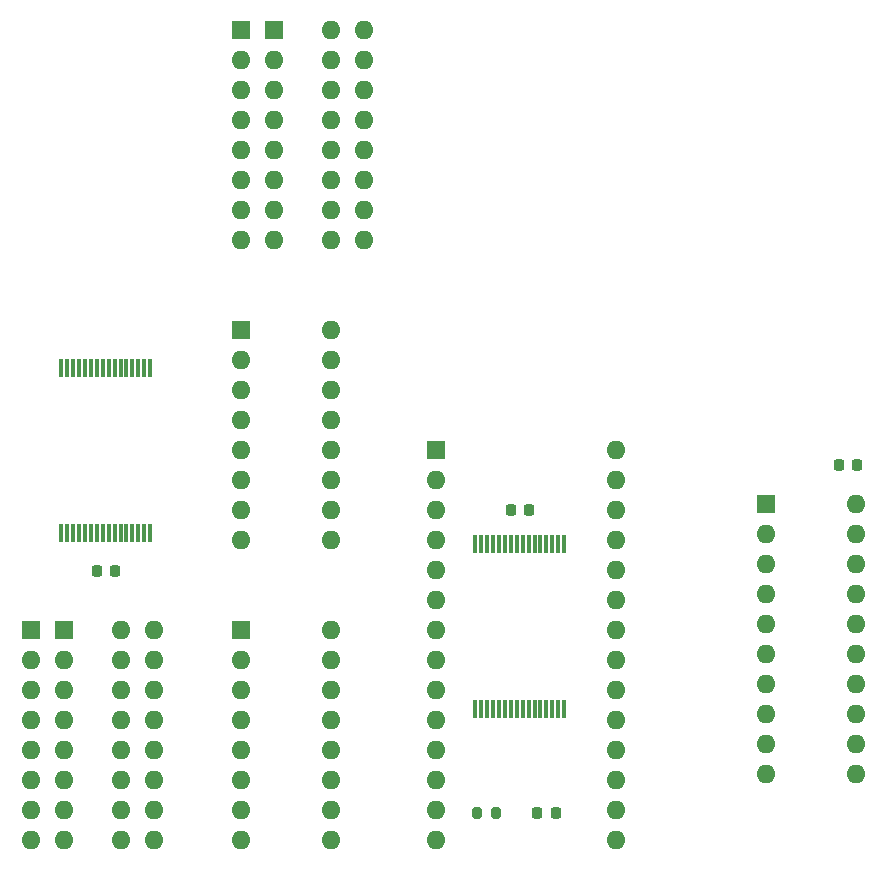
<source format=gbr>
%TF.GenerationSoftware,KiCad,Pcbnew,(7.0.0)*%
%TF.CreationDate,2023-08-04T18:21:46+01:00*%
%TF.ProjectId,DataIOROM,44617461-494f-4524-9f4d-2e6b69636164,rev?*%
%TF.SameCoordinates,Original*%
%TF.FileFunction,Soldermask,Top*%
%TF.FilePolarity,Negative*%
%FSLAX46Y46*%
G04 Gerber Fmt 4.6, Leading zero omitted, Abs format (unit mm)*
G04 Created by KiCad (PCBNEW (7.0.0)) date 2023-08-04 18:21:46*
%MOMM*%
%LPD*%
G01*
G04 APERTURE LIST*
G04 Aperture macros list*
%AMRoundRect*
0 Rectangle with rounded corners*
0 $1 Rounding radius*
0 $2 $3 $4 $5 $6 $7 $8 $9 X,Y pos of 4 corners*
0 Add a 4 corners polygon primitive as box body*
4,1,4,$2,$3,$4,$5,$6,$7,$8,$9,$2,$3,0*
0 Add four circle primitives for the rounded corners*
1,1,$1+$1,$2,$3*
1,1,$1+$1,$4,$5*
1,1,$1+$1,$6,$7*
1,1,$1+$1,$8,$9*
0 Add four rect primitives between the rounded corners*
20,1,$1+$1,$2,$3,$4,$5,0*
20,1,$1+$1,$4,$5,$6,$7,0*
20,1,$1+$1,$6,$7,$8,$9,0*
20,1,$1+$1,$8,$9,$2,$3,0*%
G04 Aperture macros list end*
%ADD10R,1.600000X1.600000*%
%ADD11O,1.600000X1.600000*%
%ADD12RoundRect,0.225000X-0.225000X-0.250000X0.225000X-0.250000X0.225000X0.250000X-0.225000X0.250000X0*%
%ADD13RoundRect,0.200000X0.200000X0.275000X-0.200000X0.275000X-0.200000X-0.275000X0.200000X-0.275000X0*%
%ADD14R,0.300000X1.500000*%
%ADD15RoundRect,0.225000X0.225000X0.250000X-0.225000X0.250000X-0.225000X-0.250000X0.225000X-0.250000X0*%
%ADD16RoundRect,0.218750X-0.218750X-0.256250X0.218750X-0.256250X0.218750X0.256250X-0.218750X0.256250X0*%
G04 APERTURE END LIST*
D10*
%TO.C,U180*%
X121449799Y-107187999D03*
D11*
X121449799Y-109727999D03*
X121449799Y-112267999D03*
X121449799Y-114807999D03*
X121449799Y-117347999D03*
X121449799Y-119887999D03*
X121449799Y-122427999D03*
X121449799Y-124967999D03*
X129069799Y-124967999D03*
X129069799Y-122427999D03*
X129069799Y-119887999D03*
X129069799Y-117347999D03*
X129069799Y-114807999D03*
X129069799Y-112267999D03*
X129069799Y-109727999D03*
X129069799Y-107187999D03*
%TD*%
D10*
%TO.C,U70*%
X139229799Y-56387999D03*
D11*
X139229799Y-58927999D03*
X139229799Y-61467999D03*
X139229799Y-64007999D03*
X139229799Y-66547999D03*
X139229799Y-69087999D03*
X139229799Y-71627999D03*
X139229799Y-74167999D03*
X146849799Y-74167999D03*
X146849799Y-71627999D03*
X146849799Y-69087999D03*
X146849799Y-66547999D03*
X146849799Y-64007999D03*
X146849799Y-61467999D03*
X146849799Y-58927999D03*
X146849799Y-56387999D03*
%TD*%
D10*
%TO.C,U18*%
X118655799Y-107187999D03*
D11*
X118655799Y-109727999D03*
X118655799Y-112267999D03*
X118655799Y-114807999D03*
X118655799Y-117347999D03*
X118655799Y-119887999D03*
X118655799Y-122427999D03*
X118655799Y-124967999D03*
X126275799Y-124967999D03*
X126275799Y-122427999D03*
X126275799Y-119887999D03*
X126275799Y-117347999D03*
X126275799Y-114807999D03*
X126275799Y-112267999D03*
X126275799Y-109727999D03*
X126275799Y-107187999D03*
%TD*%
D10*
%TO.C,U7*%
X136435799Y-56387999D03*
D11*
X136435799Y-58927999D03*
X136435799Y-61467999D03*
X136435799Y-64007999D03*
X136435799Y-66547999D03*
X136435799Y-69087999D03*
X136435799Y-71627999D03*
X136435799Y-74167999D03*
X144055799Y-74167999D03*
X144055799Y-71627999D03*
X144055799Y-69087999D03*
X144055799Y-66547999D03*
X144055799Y-64007999D03*
X144055799Y-61467999D03*
X144055799Y-58927999D03*
X144055799Y-56387999D03*
%TD*%
D10*
%TO.C,U14*%
X136435799Y-81787999D03*
D11*
X136435799Y-84327999D03*
X136435799Y-86867999D03*
X136435799Y-89407999D03*
X136435799Y-91947999D03*
X136435799Y-94487999D03*
X136435799Y-97027999D03*
X136435799Y-99567999D03*
X144055799Y-99567999D03*
X144055799Y-97027999D03*
X144055799Y-94487999D03*
X144055799Y-91947999D03*
X144055799Y-89407999D03*
X144055799Y-86867999D03*
X144055799Y-84327999D03*
X144055799Y-81787999D03*
%TD*%
D12*
%TO.C,C3*%
X124248500Y-102168000D03*
X125798500Y-102168000D03*
%TD*%
D10*
%TO.C,U19*%
X136435799Y-107187999D03*
D11*
X136435799Y-109727999D03*
X136435799Y-112267999D03*
X136435799Y-114807999D03*
X136435799Y-117347999D03*
X136435799Y-119887999D03*
X136435799Y-122427999D03*
X136435799Y-124967999D03*
X144055799Y-124967999D03*
X144055799Y-122427999D03*
X144055799Y-119887999D03*
X144055799Y-117347999D03*
X144055799Y-114807999D03*
X144055799Y-112267999D03*
X144055799Y-109727999D03*
X144055799Y-107187999D03*
%TD*%
D13*
%TO.C,R1*%
X158101800Y-122682000D03*
X156451800Y-122682000D03*
%TD*%
D14*
%TO.C,U1*%
X121273499Y-99007999D03*
X121773499Y-99007999D03*
X122273499Y-99007999D03*
X122773499Y-99007999D03*
X123273499Y-99007999D03*
X123773499Y-99007999D03*
X124273499Y-99007999D03*
X124773499Y-99007999D03*
X125273499Y-99007999D03*
X125773499Y-99007999D03*
X126273499Y-99007999D03*
X126773499Y-99007999D03*
X127273499Y-99007999D03*
X127773499Y-99007999D03*
X128273499Y-99007999D03*
X128773499Y-99007999D03*
X128773499Y-85007999D03*
X128273499Y-85007999D03*
X127773499Y-85007999D03*
X127273499Y-85007999D03*
X126773499Y-85007999D03*
X126273499Y-85007999D03*
X125773499Y-85007999D03*
X125273499Y-85007999D03*
X124773499Y-85007999D03*
X124273499Y-85007999D03*
X123773499Y-85007999D03*
X123273499Y-85007999D03*
X122773499Y-85007999D03*
X122273499Y-85007999D03*
X121773499Y-85007999D03*
X121273499Y-85007999D03*
%TD*%
D10*
%TO.C,U20*%
X152945799Y-91947999D03*
D11*
X152945799Y-94487999D03*
X152945799Y-97027999D03*
X152945799Y-99567999D03*
X152945799Y-102107999D03*
X152945799Y-104647999D03*
X152945799Y-107187999D03*
X152945799Y-109727999D03*
X152945799Y-112267999D03*
X152945799Y-114807999D03*
X152945799Y-117347999D03*
X152945799Y-119887999D03*
X152945799Y-122427999D03*
X152945799Y-124967999D03*
X168185799Y-124967999D03*
X168185799Y-122427999D03*
X168185799Y-119887999D03*
X168185799Y-117347999D03*
X168185799Y-114807999D03*
X168185799Y-112267999D03*
X168185799Y-109727999D03*
X168185799Y-107187999D03*
X168185799Y-104647999D03*
X168185799Y-102107999D03*
X168185799Y-99567999D03*
X168185799Y-97027999D03*
X168185799Y-94487999D03*
X168185799Y-91947999D03*
%TD*%
D10*
%TO.C,U3*%
X180885799Y-96519999D03*
D11*
X180885799Y-99059999D03*
X180885799Y-101599999D03*
X180885799Y-104139999D03*
X180885799Y-106679999D03*
X180885799Y-109219999D03*
X180885799Y-111759999D03*
X180885799Y-114299999D03*
X180885799Y-116839999D03*
X180885799Y-119379999D03*
X188505799Y-119379999D03*
X188505799Y-116839999D03*
X188505799Y-114299999D03*
X188505799Y-111759999D03*
X188505799Y-109219999D03*
X188505799Y-106679999D03*
X188505799Y-104139999D03*
X188505799Y-101599999D03*
X188505799Y-99059999D03*
X188505799Y-96519999D03*
%TD*%
D15*
%TO.C,C2*%
X160845800Y-97028000D03*
X159295800Y-97028000D03*
%TD*%
D14*
%TO.C,U2*%
X163825799Y-99923999D03*
X163325799Y-99923999D03*
X162825799Y-99923999D03*
X162325799Y-99923999D03*
X161825799Y-99923999D03*
X161325799Y-99923999D03*
X160825799Y-99923999D03*
X160325799Y-99923999D03*
X159825799Y-99923999D03*
X159325799Y-99923999D03*
X158825799Y-99923999D03*
X158325799Y-99923999D03*
X157825799Y-99923999D03*
X157325799Y-99923999D03*
X156825799Y-99923999D03*
X156325799Y-99923999D03*
X156325799Y-113923999D03*
X156825799Y-113923999D03*
X157325799Y-113923999D03*
X157825799Y-113923999D03*
X158325799Y-113923999D03*
X158825799Y-113923999D03*
X159325799Y-113923999D03*
X159825799Y-113923999D03*
X160325799Y-113923999D03*
X160825799Y-113923999D03*
X161325799Y-113923999D03*
X161825799Y-113923999D03*
X162325799Y-113923999D03*
X162825799Y-113923999D03*
X163325799Y-113923999D03*
X163825799Y-113923999D03*
%TD*%
D15*
%TO.C,C1*%
X188645800Y-93218000D03*
X187095800Y-93218000D03*
%TD*%
D16*
%TO.C,D1*%
X161569300Y-122682000D03*
X163144300Y-122682000D03*
%TD*%
M02*

</source>
